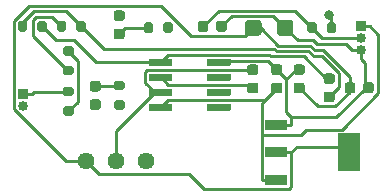
<source format=gbr>
%TF.GenerationSoftware,KiCad,Pcbnew,(5.1.10)-1*%
%TF.CreationDate,2022-02-08T13:03:54-05:00*%
%TF.ProjectId,Strain_Guage_Schematic,53747261-696e-45f4-9775-6167655f5363,rev?*%
%TF.SameCoordinates,Original*%
%TF.FileFunction,Copper,L1,Top*%
%TF.FilePolarity,Positive*%
%FSLAX46Y46*%
G04 Gerber Fmt 4.6, Leading zero omitted, Abs format (unit mm)*
G04 Created by KiCad (PCBNEW (5.1.10)-1) date 2022-02-08 13:03:54*
%MOMM*%
%LPD*%
G01*
G04 APERTURE LIST*
%TA.AperFunction,ComponentPad*%
%ADD10R,0.850000X0.850000*%
%TD*%
%TA.AperFunction,ComponentPad*%
%ADD11O,0.850000X0.850000*%
%TD*%
%TA.AperFunction,ComponentPad*%
%ADD12C,1.440000*%
%TD*%
%TA.AperFunction,SMDPad,CuDef*%
%ADD13R,1.840000X0.930000*%
%TD*%
%TA.AperFunction,SMDPad,CuDef*%
%ADD14R,1.840000X3.190000*%
%TD*%
%TA.AperFunction,ViaPad*%
%ADD15C,0.800000*%
%TD*%
%TA.AperFunction,Conductor*%
%ADD16C,0.250000*%
%TD*%
G04 APERTURE END LIST*
%TO.P,C1,2*%
%TO.N,GND*%
%TA.AperFunction,SMDPad,CuDef*%
G36*
G01*
X91237000Y-46642000D02*
X90737000Y-46642000D01*
G75*
G02*
X90512000Y-46417000I0J225000D01*
G01*
X90512000Y-45967000D01*
G75*
G02*
X90737000Y-45742000I225000J0D01*
G01*
X91237000Y-45742000D01*
G75*
G02*
X91462000Y-45967000I0J-225000D01*
G01*
X91462000Y-46417000D01*
G75*
G02*
X91237000Y-46642000I-225000J0D01*
G01*
G37*
%TD.AperFunction*%
%TO.P,C1,1*%
%TO.N,/Regulator/Vcc*%
%TA.AperFunction,SMDPad,CuDef*%
G36*
G01*
X91237000Y-48192000D02*
X90737000Y-48192000D01*
G75*
G02*
X90512000Y-47967000I0J225000D01*
G01*
X90512000Y-47517000D01*
G75*
G02*
X90737000Y-47292000I225000J0D01*
G01*
X91237000Y-47292000D01*
G75*
G02*
X91462000Y-47517000I0J-225000D01*
G01*
X91462000Y-47967000D01*
G75*
G02*
X91237000Y-48192000I-225000J0D01*
G01*
G37*
%TD.AperFunction*%
%TD*%
%TO.P,C2,1*%
%TO.N,/Regulator/5V*%
%TA.AperFunction,SMDPad,CuDef*%
G36*
G01*
X93142000Y-48192000D02*
X92642000Y-48192000D01*
G75*
G02*
X92417000Y-47967000I0J225000D01*
G01*
X92417000Y-47517000D01*
G75*
G02*
X92642000Y-47292000I225000J0D01*
G01*
X93142000Y-47292000D01*
G75*
G02*
X93367000Y-47517000I0J-225000D01*
G01*
X93367000Y-47967000D01*
G75*
G02*
X93142000Y-48192000I-225000J0D01*
G01*
G37*
%TD.AperFunction*%
%TO.P,C2,2*%
%TO.N,GND*%
%TA.AperFunction,SMDPad,CuDef*%
G36*
G01*
X93142000Y-46642000D02*
X92642000Y-46642000D01*
G75*
G02*
X92417000Y-46417000I0J225000D01*
G01*
X92417000Y-45967000D01*
G75*
G02*
X92642000Y-45742000I225000J0D01*
G01*
X93142000Y-45742000D01*
G75*
G02*
X93367000Y-45967000I0J-225000D01*
G01*
X93367000Y-46417000D01*
G75*
G02*
X93142000Y-46642000I-225000J0D01*
G01*
G37*
%TD.AperFunction*%
%TD*%
%TO.P,C3,2*%
%TO.N,GND*%
%TA.AperFunction,SMDPad,CuDef*%
G36*
G01*
X98297000Y-47979000D02*
X98297000Y-47479000D01*
G75*
G02*
X98522000Y-47254000I225000J0D01*
G01*
X98972000Y-47254000D01*
G75*
G02*
X99197000Y-47479000I0J-225000D01*
G01*
X99197000Y-47979000D01*
G75*
G02*
X98972000Y-48204000I-225000J0D01*
G01*
X98522000Y-48204000D01*
G75*
G02*
X98297000Y-47979000I0J225000D01*
G01*
G37*
%TD.AperFunction*%
%TO.P,C3,1*%
%TO.N,/Regulator/5V*%
%TA.AperFunction,SMDPad,CuDef*%
G36*
G01*
X96747000Y-47979000D02*
X96747000Y-47479000D01*
G75*
G02*
X96972000Y-47254000I225000J0D01*
G01*
X97422000Y-47254000D01*
G75*
G02*
X97647000Y-47479000I0J-225000D01*
G01*
X97647000Y-47979000D01*
G75*
G02*
X97422000Y-48204000I-225000J0D01*
G01*
X96972000Y-48204000D01*
G75*
G02*
X96747000Y-47979000I0J225000D01*
G01*
G37*
%TD.AperFunction*%
%TD*%
%TO.P,C4,1*%
%TO.N,/Regulator/5V*%
%TA.AperFunction,SMDPad,CuDef*%
G36*
G01*
X88302000Y-43074001D02*
X88302000Y-42223999D01*
G75*
G02*
X88551999Y-41974000I249999J0D01*
G01*
X89452001Y-41974000D01*
G75*
G02*
X89702000Y-42223999I0J-249999D01*
G01*
X89702000Y-43074001D01*
G75*
G02*
X89452001Y-43324000I-249999J0D01*
G01*
X88551999Y-43324000D01*
G75*
G02*
X88302000Y-43074001I0J249999D01*
G01*
G37*
%TD.AperFunction*%
%TO.P,C4,2*%
%TO.N,GND*%
%TA.AperFunction,SMDPad,CuDef*%
G36*
G01*
X91002000Y-43074001D02*
X91002000Y-42223999D01*
G75*
G02*
X91251999Y-41974000I249999J0D01*
G01*
X92152001Y-41974000D01*
G75*
G02*
X92402000Y-42223999I0J-249999D01*
G01*
X92402000Y-43074001D01*
G75*
G02*
X92152001Y-43324000I-249999J0D01*
G01*
X91251999Y-43324000D01*
G75*
G02*
X91002000Y-43074001I0J249999D01*
G01*
G37*
%TD.AperFunction*%
%TD*%
%TO.P,C5,1*%
%TO.N,Net-(C5-Pad1)*%
%TA.AperFunction,SMDPad,CuDef*%
G36*
G01*
X89205000Y-48192000D02*
X88705000Y-48192000D01*
G75*
G02*
X88480000Y-47967000I0J225000D01*
G01*
X88480000Y-47517000D01*
G75*
G02*
X88705000Y-47292000I225000J0D01*
G01*
X89205000Y-47292000D01*
G75*
G02*
X89430000Y-47517000I0J-225000D01*
G01*
X89430000Y-47967000D01*
G75*
G02*
X89205000Y-48192000I-225000J0D01*
G01*
G37*
%TD.AperFunction*%
%TO.P,C5,2*%
%TO.N,Net-(C5-Pad2)*%
%TA.AperFunction,SMDPad,CuDef*%
G36*
G01*
X89205000Y-46642000D02*
X88705000Y-46642000D01*
G75*
G02*
X88480000Y-46417000I0J225000D01*
G01*
X88480000Y-45967000D01*
G75*
G02*
X88705000Y-45742000I225000J0D01*
G01*
X89205000Y-45742000D01*
G75*
G02*
X89430000Y-45967000I0J-225000D01*
G01*
X89430000Y-46417000D01*
G75*
G02*
X89205000Y-46642000I-225000J0D01*
G01*
G37*
%TD.AperFunction*%
%TD*%
%TO.P,C6,1*%
%TO.N,Net-(C6-Pad1)*%
%TA.AperFunction,SMDPad,CuDef*%
G36*
G01*
X77902000Y-43620000D02*
X77402000Y-43620000D01*
G75*
G02*
X77177000Y-43395000I0J225000D01*
G01*
X77177000Y-42945000D01*
G75*
G02*
X77402000Y-42720000I225000J0D01*
G01*
X77902000Y-42720000D01*
G75*
G02*
X78127000Y-42945000I0J-225000D01*
G01*
X78127000Y-43395000D01*
G75*
G02*
X77902000Y-43620000I-225000J0D01*
G01*
G37*
%TD.AperFunction*%
%TO.P,C6,2*%
%TO.N,Net-(C6-Pad2)*%
%TA.AperFunction,SMDPad,CuDef*%
G36*
G01*
X77902000Y-42070000D02*
X77402000Y-42070000D01*
G75*
G02*
X77177000Y-41845000I0J225000D01*
G01*
X77177000Y-41395000D01*
G75*
G02*
X77402000Y-41170000I225000J0D01*
G01*
X77902000Y-41170000D01*
G75*
G02*
X78127000Y-41395000I0J-225000D01*
G01*
X78127000Y-41845000D01*
G75*
G02*
X77902000Y-42070000I-225000J0D01*
G01*
G37*
%TD.AperFunction*%
%TD*%
%TO.P,C7,1*%
%TO.N,Net-(C7-Pad1)*%
%TA.AperFunction,SMDPad,CuDef*%
G36*
G01*
X95682000Y-48954000D02*
X95182000Y-48954000D01*
G75*
G02*
X94957000Y-48729000I0J225000D01*
G01*
X94957000Y-48279000D01*
G75*
G02*
X95182000Y-48054000I225000J0D01*
G01*
X95682000Y-48054000D01*
G75*
G02*
X95907000Y-48279000I0J-225000D01*
G01*
X95907000Y-48729000D01*
G75*
G02*
X95682000Y-48954000I-225000J0D01*
G01*
G37*
%TD.AperFunction*%
%TO.P,C7,2*%
%TO.N,Net-(C7-Pad2)*%
%TA.AperFunction,SMDPad,CuDef*%
G36*
G01*
X95682000Y-47404000D02*
X95182000Y-47404000D01*
G75*
G02*
X94957000Y-47179000I0J225000D01*
G01*
X94957000Y-46729000D01*
G75*
G02*
X95182000Y-46504000I225000J0D01*
G01*
X95682000Y-46504000D01*
G75*
G02*
X95907000Y-46729000I0J-225000D01*
G01*
X95907000Y-47179000D01*
G75*
G02*
X95682000Y-47404000I-225000J0D01*
G01*
G37*
%TD.AperFunction*%
%TD*%
%TO.P,C8,2*%
%TO.N,GND*%
%TA.AperFunction,SMDPad,CuDef*%
G36*
G01*
X85851000Y-42772000D02*
X85851000Y-42272000D01*
G75*
G02*
X86076000Y-42047000I225000J0D01*
G01*
X86526000Y-42047000D01*
G75*
G02*
X86751000Y-42272000I0J-225000D01*
G01*
X86751000Y-42772000D01*
G75*
G02*
X86526000Y-42997000I-225000J0D01*
G01*
X86076000Y-42997000D01*
G75*
G02*
X85851000Y-42772000I0J225000D01*
G01*
G37*
%TD.AperFunction*%
%TO.P,C8,1*%
%TO.N,Out*%
%TA.AperFunction,SMDPad,CuDef*%
G36*
G01*
X84301000Y-42772000D02*
X84301000Y-42272000D01*
G75*
G02*
X84526000Y-42047000I225000J0D01*
G01*
X84976000Y-42047000D01*
G75*
G02*
X85201000Y-42272000I0J-225000D01*
G01*
X85201000Y-42772000D01*
G75*
G02*
X84976000Y-42997000I-225000J0D01*
G01*
X84526000Y-42997000D01*
G75*
G02*
X84301000Y-42772000I0J225000D01*
G01*
G37*
%TD.AperFunction*%
%TD*%
%TO.P,C9,2*%
%TO.N,Net-(C9-Pad2)*%
%TA.AperFunction,SMDPad,CuDef*%
G36*
G01*
X75870000Y-48039000D02*
X75370000Y-48039000D01*
G75*
G02*
X75145000Y-47814000I0J225000D01*
G01*
X75145000Y-47364000D01*
G75*
G02*
X75370000Y-47139000I225000J0D01*
G01*
X75870000Y-47139000D01*
G75*
G02*
X76095000Y-47364000I0J-225000D01*
G01*
X76095000Y-47814000D01*
G75*
G02*
X75870000Y-48039000I-225000J0D01*
G01*
G37*
%TD.AperFunction*%
%TO.P,C9,1*%
%TO.N,Net-(C9-Pad1)*%
%TA.AperFunction,SMDPad,CuDef*%
G36*
G01*
X75870000Y-49589000D02*
X75370000Y-49589000D01*
G75*
G02*
X75145000Y-49364000I0J225000D01*
G01*
X75145000Y-48914000D01*
G75*
G02*
X75370000Y-48689000I225000J0D01*
G01*
X75870000Y-48689000D01*
G75*
G02*
X76095000Y-48914000I0J-225000D01*
G01*
X76095000Y-49364000D01*
G75*
G02*
X75870000Y-49589000I-225000J0D01*
G01*
G37*
%TD.AperFunction*%
%TD*%
D10*
%TO.P,J1,1*%
%TO.N,/Regulator/Vcc*%
X98099000Y-42522000D03*
D11*
%TO.P,J1,2*%
%TO.N,Out*%
X98099000Y-43522000D03*
%TO.P,J1,3*%
%TO.N,GND*%
X98099000Y-44522000D03*
%TD*%
D10*
%TO.P,J2,1*%
%TO.N,Net-(J2-Pad1)*%
X69524000Y-48237000D03*
D11*
%TO.P,J2,2*%
%TO.N,Net-(J2-Pad2)*%
X69524000Y-49237000D03*
%TD*%
%TO.P,R2,1*%
%TO.N,Net-(C9-Pad2)*%
%TA.AperFunction,SMDPad,CuDef*%
G36*
G01*
X77377000Y-47139000D02*
X77927000Y-47139000D01*
G75*
G02*
X78127000Y-47339000I0J-200000D01*
G01*
X78127000Y-47739000D01*
G75*
G02*
X77927000Y-47939000I-200000J0D01*
G01*
X77377000Y-47939000D01*
G75*
G02*
X77177000Y-47739000I0J200000D01*
G01*
X77177000Y-47339000D01*
G75*
G02*
X77377000Y-47139000I200000J0D01*
G01*
G37*
%TD.AperFunction*%
%TO.P,R2,2*%
%TO.N,Net-(R2-Pad2)*%
%TA.AperFunction,SMDPad,CuDef*%
G36*
G01*
X77377000Y-48789000D02*
X77927000Y-48789000D01*
G75*
G02*
X78127000Y-48989000I0J-200000D01*
G01*
X78127000Y-49389000D01*
G75*
G02*
X77927000Y-49589000I-200000J0D01*
G01*
X77377000Y-49589000D01*
G75*
G02*
X77177000Y-49389000I0J200000D01*
G01*
X77177000Y-48989000D01*
G75*
G02*
X77377000Y-48789000I200000J0D01*
G01*
G37*
%TD.AperFunction*%
%TD*%
%TO.P,R3,1*%
%TO.N,Net-(C6-Pad1)*%
%TA.AperFunction,SMDPad,CuDef*%
G36*
G01*
X79729000Y-42924000D02*
X79729000Y-42374000D01*
G75*
G02*
X79929000Y-42174000I200000J0D01*
G01*
X80329000Y-42174000D01*
G75*
G02*
X80529000Y-42374000I0J-200000D01*
G01*
X80529000Y-42924000D01*
G75*
G02*
X80329000Y-43124000I-200000J0D01*
G01*
X79929000Y-43124000D01*
G75*
G02*
X79729000Y-42924000I0J200000D01*
G01*
G37*
%TD.AperFunction*%
%TO.P,R3,2*%
%TO.N,Net-(R3-Pad2)*%
%TA.AperFunction,SMDPad,CuDef*%
G36*
G01*
X81379000Y-42924000D02*
X81379000Y-42374000D01*
G75*
G02*
X81579000Y-42174000I200000J0D01*
G01*
X81979000Y-42174000D01*
G75*
G02*
X82179000Y-42374000I0J-200000D01*
G01*
X82179000Y-42924000D01*
G75*
G02*
X81979000Y-43124000I-200000J0D01*
G01*
X81579000Y-43124000D01*
G75*
G02*
X81379000Y-42924000I0J200000D01*
G01*
G37*
%TD.AperFunction*%
%TD*%
%TO.P,R4,2*%
%TO.N,Net-(C5-Pad2)*%
%TA.AperFunction,SMDPad,CuDef*%
G36*
G01*
X95222000Y-42924000D02*
X95222000Y-42374000D01*
G75*
G02*
X95422000Y-42174000I200000J0D01*
G01*
X95822000Y-42174000D01*
G75*
G02*
X96022000Y-42374000I0J-200000D01*
G01*
X96022000Y-42924000D01*
G75*
G02*
X95822000Y-43124000I-200000J0D01*
G01*
X95422000Y-43124000D01*
G75*
G02*
X95222000Y-42924000I0J200000D01*
G01*
G37*
%TD.AperFunction*%
%TO.P,R4,1*%
%TO.N,Out*%
%TA.AperFunction,SMDPad,CuDef*%
G36*
G01*
X93572000Y-42924000D02*
X93572000Y-42374000D01*
G75*
G02*
X93772000Y-42174000I200000J0D01*
G01*
X94172000Y-42174000D01*
G75*
G02*
X94372000Y-42374000I0J-200000D01*
G01*
X94372000Y-42924000D01*
G75*
G02*
X94172000Y-43124000I-200000J0D01*
G01*
X93772000Y-43124000D01*
G75*
G02*
X93572000Y-42924000I0J200000D01*
G01*
G37*
%TD.AperFunction*%
%TD*%
D12*
%TO.P,RP1,1*%
%TO.N,Net-(J2-Pad2)*%
X79938000Y-53952000D03*
%TO.P,RP1,2*%
%TO.N,Net-(C5-Pad2)*%
X77398000Y-53952000D03*
%TO.P,RP1,3*%
%TO.N,/Regulator/5V*%
X74858000Y-53952000D03*
%TD*%
%TO.P,R6,1*%
%TO.N,Net-(R6-Pad1)*%
%TA.AperFunction,SMDPad,CuDef*%
G36*
G01*
X73609000Y-46668000D02*
X73059000Y-46668000D01*
G75*
G02*
X72859000Y-46468000I0J200000D01*
G01*
X72859000Y-46068000D01*
G75*
G02*
X73059000Y-45868000I200000J0D01*
G01*
X73609000Y-45868000D01*
G75*
G02*
X73809000Y-46068000I0J-200000D01*
G01*
X73809000Y-46468000D01*
G75*
G02*
X73609000Y-46668000I-200000J0D01*
G01*
G37*
%TD.AperFunction*%
%TO.P,R6,2*%
%TO.N,Net-(R6-Pad2)*%
%TA.AperFunction,SMDPad,CuDef*%
G36*
G01*
X73609000Y-45018000D02*
X73059000Y-45018000D01*
G75*
G02*
X72859000Y-44818000I0J200000D01*
G01*
X72859000Y-44418000D01*
G75*
G02*
X73059000Y-44218000I200000J0D01*
G01*
X73609000Y-44218000D01*
G75*
G02*
X73809000Y-44418000I0J-200000D01*
G01*
X73809000Y-44818000D01*
G75*
G02*
X73609000Y-45018000I-200000J0D01*
G01*
G37*
%TD.AperFunction*%
%TD*%
%TO.P,R7,2*%
%TO.N,Net-(C7-Pad1)*%
%TA.AperFunction,SMDPad,CuDef*%
G36*
G01*
X74013000Y-42797000D02*
X74013000Y-42247000D01*
G75*
G02*
X74213000Y-42047000I200000J0D01*
G01*
X74613000Y-42047000D01*
G75*
G02*
X74813000Y-42247000I0J-200000D01*
G01*
X74813000Y-42797000D01*
G75*
G02*
X74613000Y-42997000I-200000J0D01*
G01*
X74213000Y-42997000D01*
G75*
G02*
X74013000Y-42797000I0J200000D01*
G01*
G37*
%TD.AperFunction*%
%TO.P,R7,1*%
%TO.N,Net-(R6-Pad1)*%
%TA.AperFunction,SMDPad,CuDef*%
G36*
G01*
X72363000Y-42797000D02*
X72363000Y-42247000D01*
G75*
G02*
X72563000Y-42047000I200000J0D01*
G01*
X72963000Y-42047000D01*
G75*
G02*
X73163000Y-42247000I0J-200000D01*
G01*
X73163000Y-42797000D01*
G75*
G02*
X72963000Y-42997000I-200000J0D01*
G01*
X72563000Y-42997000D01*
G75*
G02*
X72363000Y-42797000I0J200000D01*
G01*
G37*
%TD.AperFunction*%
%TD*%
%TO.P,R8,1*%
%TO.N,Net-(C7-Pad1)*%
%TA.AperFunction,SMDPad,CuDef*%
G36*
G01*
X69061000Y-42797000D02*
X69061000Y-42247000D01*
G75*
G02*
X69261000Y-42047000I200000J0D01*
G01*
X69661000Y-42047000D01*
G75*
G02*
X69861000Y-42247000I0J-200000D01*
G01*
X69861000Y-42797000D01*
G75*
G02*
X69661000Y-42997000I-200000J0D01*
G01*
X69261000Y-42997000D01*
G75*
G02*
X69061000Y-42797000I0J200000D01*
G01*
G37*
%TD.AperFunction*%
%TO.P,R8,2*%
%TO.N,Net-(C7-Pad2)*%
%TA.AperFunction,SMDPad,CuDef*%
G36*
G01*
X70711000Y-42797000D02*
X70711000Y-42247000D01*
G75*
G02*
X70911000Y-42047000I200000J0D01*
G01*
X71311000Y-42047000D01*
G75*
G02*
X71511000Y-42247000I0J-200000D01*
G01*
X71511000Y-42797000D01*
G75*
G02*
X71311000Y-42997000I-200000J0D01*
G01*
X70911000Y-42997000D01*
G75*
G02*
X70711000Y-42797000I0J200000D01*
G01*
G37*
%TD.AperFunction*%
%TD*%
%TO.P,R9,2*%
%TO.N,Net-(J2-Pad1)*%
%TA.AperFunction,SMDPad,CuDef*%
G36*
G01*
X73609000Y-48447000D02*
X73059000Y-48447000D01*
G75*
G02*
X72859000Y-48247000I0J200000D01*
G01*
X72859000Y-47847000D01*
G75*
G02*
X73059000Y-47647000I200000J0D01*
G01*
X73609000Y-47647000D01*
G75*
G02*
X73809000Y-47847000I0J-200000D01*
G01*
X73809000Y-48247000D01*
G75*
G02*
X73609000Y-48447000I-200000J0D01*
G01*
G37*
%TD.AperFunction*%
%TO.P,R9,1*%
%TO.N,Net-(R6-Pad2)*%
%TA.AperFunction,SMDPad,CuDef*%
G36*
G01*
X73609000Y-50097000D02*
X73059000Y-50097000D01*
G75*
G02*
X72859000Y-49897000I0J200000D01*
G01*
X72859000Y-49497000D01*
G75*
G02*
X73059000Y-49297000I200000J0D01*
G01*
X73609000Y-49297000D01*
G75*
G02*
X73809000Y-49497000I0J-200000D01*
G01*
X73809000Y-49897000D01*
G75*
G02*
X73609000Y-50097000I-200000J0D01*
G01*
G37*
%TD.AperFunction*%
%TD*%
%TO.P,U1,1*%
%TO.N,N/C*%
%TA.AperFunction,SMDPad,CuDef*%
G36*
G01*
X87076000Y-49122000D02*
X87076000Y-49638000D01*
G75*
G02*
X87034000Y-49680000I-42000J0D01*
G01*
X85148000Y-49680000D01*
G75*
G02*
X85106000Y-49638000I0J42000D01*
G01*
X85106000Y-49122000D01*
G75*
G02*
X85148000Y-49080000I42000J0D01*
G01*
X87034000Y-49080000D01*
G75*
G02*
X87076000Y-49122000I0J-42000D01*
G01*
G37*
%TD.AperFunction*%
%TO.P,U1,2*%
%TA.AperFunction,SMDPad,CuDef*%
G36*
G01*
X87076000Y-47852000D02*
X87076000Y-48368000D01*
G75*
G02*
X87034000Y-48410000I-42000J0D01*
G01*
X85148000Y-48410000D01*
G75*
G02*
X85106000Y-48368000I0J42000D01*
G01*
X85106000Y-47852000D01*
G75*
G02*
X85148000Y-47810000I42000J0D01*
G01*
X87034000Y-47810000D01*
G75*
G02*
X87076000Y-47852000I0J-42000D01*
G01*
G37*
%TD.AperFunction*%
%TO.P,U1,3*%
%TA.AperFunction,SMDPad,CuDef*%
G36*
G01*
X87076000Y-46582000D02*
X87076000Y-47098000D01*
G75*
G02*
X87034000Y-47140000I-42000J0D01*
G01*
X85148000Y-47140000D01*
G75*
G02*
X85106000Y-47098000I0J42000D01*
G01*
X85106000Y-46582000D01*
G75*
G02*
X85148000Y-46540000I42000J0D01*
G01*
X87034000Y-46540000D01*
G75*
G02*
X87076000Y-46582000I0J-42000D01*
G01*
G37*
%TD.AperFunction*%
%TO.P,U1,4*%
%TO.N,GND*%
%TA.AperFunction,SMDPad,CuDef*%
G36*
G01*
X87076000Y-45312000D02*
X87076000Y-45828000D01*
G75*
G02*
X87034000Y-45870000I-42000J0D01*
G01*
X85148000Y-45870000D01*
G75*
G02*
X85106000Y-45828000I0J42000D01*
G01*
X85106000Y-45312000D01*
G75*
G02*
X85148000Y-45270000I42000J0D01*
G01*
X87034000Y-45270000D01*
G75*
G02*
X87076000Y-45312000I0J-42000D01*
G01*
G37*
%TD.AperFunction*%
%TO.P,U1,5*%
%TO.N,Net-(C7-Pad2)*%
%TA.AperFunction,SMDPad,CuDef*%
G36*
G01*
X82136000Y-45312000D02*
X82136000Y-45828000D01*
G75*
G02*
X82094000Y-45870000I-42000J0D01*
G01*
X80208000Y-45870000D01*
G75*
G02*
X80166000Y-45828000I0J42000D01*
G01*
X80166000Y-45312000D01*
G75*
G02*
X80208000Y-45270000I42000J0D01*
G01*
X82094000Y-45270000D01*
G75*
G02*
X82136000Y-45312000I0J-42000D01*
G01*
G37*
%TD.AperFunction*%
%TO.P,U1,6*%
%TO.N,Net-(C5-Pad1)*%
%TA.AperFunction,SMDPad,CuDef*%
G36*
G01*
X82136000Y-46582000D02*
X82136000Y-47098000D01*
G75*
G02*
X82094000Y-47140000I-42000J0D01*
G01*
X80208000Y-47140000D01*
G75*
G02*
X80166000Y-47098000I0J42000D01*
G01*
X80166000Y-46582000D01*
G75*
G02*
X80208000Y-46540000I42000J0D01*
G01*
X82094000Y-46540000D01*
G75*
G02*
X82136000Y-46582000I0J-42000D01*
G01*
G37*
%TD.AperFunction*%
%TO.P,U1,7*%
%TO.N,Net-(C5-Pad2)*%
%TA.AperFunction,SMDPad,CuDef*%
G36*
G01*
X82136000Y-47852000D02*
X82136000Y-48368000D01*
G75*
G02*
X82094000Y-48410000I-42000J0D01*
G01*
X80208000Y-48410000D01*
G75*
G02*
X80166000Y-48368000I0J42000D01*
G01*
X80166000Y-47852000D01*
G75*
G02*
X80208000Y-47810000I42000J0D01*
G01*
X82094000Y-47810000D01*
G75*
G02*
X82136000Y-47852000I0J-42000D01*
G01*
G37*
%TD.AperFunction*%
%TO.P,U1,8*%
%TO.N,/Regulator/Vcc*%
%TA.AperFunction,SMDPad,CuDef*%
G36*
G01*
X82136000Y-49122000D02*
X82136000Y-49638000D01*
G75*
G02*
X82094000Y-49680000I-42000J0D01*
G01*
X80208000Y-49680000D01*
G75*
G02*
X80166000Y-49638000I0J42000D01*
G01*
X80166000Y-49122000D01*
G75*
G02*
X80208000Y-49080000I42000J0D01*
G01*
X82094000Y-49080000D01*
G75*
G02*
X82136000Y-49122000I0J-42000D01*
G01*
G37*
%TD.AperFunction*%
%TD*%
D13*
%TO.P,VR1,1*%
%TO.N,GND*%
X90950000Y-50890000D03*
%TO.P,VR1,2*%
%TO.N,/Regulator/5V*%
X90950000Y-53190000D03*
%TO.P,VR1,3*%
%TO.N,/Regulator/Vcc*%
X90950000Y-55490000D03*
D14*
%TO.P,VR1,4*%
%TO.N,/Regulator/5V*%
X97120000Y-53190000D03*
%TD*%
D15*
%TO.N,Net-(C5-Pad2)*%
X95372800Y-41548700D03*
%TD*%
D16*
%TO.N,Net-(C6-Pad1)*%
X80129000Y-42649000D02*
X78173000Y-42649000D01*
X78173000Y-42649000D02*
X77652000Y-43170000D01*
%TO.N,Out*%
X93972000Y-42649000D02*
X92512500Y-41189500D01*
X92512500Y-41189500D02*
X86083500Y-41189500D01*
X86083500Y-41189500D02*
X84751000Y-42522000D01*
X98099000Y-43522000D02*
X94845000Y-43522000D01*
X94845000Y-43522000D02*
X93972000Y-42649000D01*
%TO.N,Net-(C7-Pad1)*%
X74413000Y-42522000D02*
X73135300Y-41244300D01*
X73135300Y-41244300D02*
X70471900Y-41244300D01*
X70471900Y-41244300D02*
X69461000Y-42255200D01*
X69461000Y-42255200D02*
X69461000Y-42522000D01*
X95432000Y-48504000D02*
X96284700Y-47651300D01*
X96284700Y-47651300D02*
X96284700Y-46496300D01*
X96284700Y-46496300D02*
X94833100Y-45044700D01*
X94833100Y-45044700D02*
X94105100Y-45044700D01*
X94105100Y-45044700D02*
X93654800Y-44594400D01*
X93654800Y-44594400D02*
X90947400Y-44594400D01*
X90947400Y-44594400D02*
X90815100Y-44462100D01*
X90815100Y-44462100D02*
X76353100Y-44462100D01*
X76353100Y-44462100D02*
X74413000Y-42522000D01*
%TO.N,Net-(R6-Pad2)*%
X73334000Y-44618000D02*
X74142300Y-45426300D01*
X74142300Y-45426300D02*
X74142300Y-48888700D01*
X74142300Y-48888700D02*
X73334000Y-49697000D01*
%TO.N,GND*%
X98427100Y-47729000D02*
X98747000Y-47729000D01*
X92195300Y-50213500D02*
X96022600Y-50213500D01*
X96022600Y-50213500D02*
X98427100Y-47809000D01*
X98427100Y-47809000D02*
X98427100Y-47729000D01*
X98099000Y-44522000D02*
X97348700Y-44522000D01*
X97348700Y-44522000D02*
X96877300Y-44050600D01*
X96877300Y-44050600D02*
X94384800Y-44050600D01*
X94384800Y-44050600D02*
X94028000Y-43693800D01*
X94028000Y-43693800D02*
X92746800Y-43693800D01*
X92746800Y-43693800D02*
X91702000Y-42649000D01*
X91702000Y-42649000D02*
X90696700Y-41643700D01*
X90696700Y-41643700D02*
X87179300Y-41643700D01*
X87179300Y-41643700D02*
X86301000Y-42522000D01*
X90950000Y-50890000D02*
X92195300Y-50890000D01*
X92195300Y-50890000D02*
X92195300Y-50213500D01*
X92892000Y-46192000D02*
X92605400Y-46192000D01*
X92605400Y-46192000D02*
X91796200Y-47001200D01*
X92195300Y-50213500D02*
X91796200Y-49814400D01*
X91796200Y-49814400D02*
X91796200Y-47001200D01*
X91796200Y-47001200D02*
X90987000Y-46192000D01*
X98427100Y-47729000D02*
X98427100Y-45600400D01*
X98427100Y-45600400D02*
X98099000Y-45272300D01*
X98099000Y-45272300D02*
X98099000Y-44522000D01*
X86091000Y-45570000D02*
X86245300Y-45415700D01*
X86245300Y-45415700D02*
X90210700Y-45415700D01*
X90210700Y-45415700D02*
X90987000Y-46192000D01*
%TO.N,/Regulator/Vcc*%
X89984000Y-48745000D02*
X81786000Y-48745000D01*
X81786000Y-48745000D02*
X81151000Y-49380000D01*
X89984000Y-48745000D02*
X90987000Y-47742000D01*
X89704700Y-51680400D02*
X89704700Y-49024300D01*
X89704700Y-49024300D02*
X89984000Y-48745000D01*
X90950000Y-55490000D02*
X89704700Y-55490000D01*
X89704700Y-55490000D02*
X89704700Y-51680400D01*
X98099000Y-42522000D02*
X98849300Y-42522000D01*
X98849300Y-42522000D02*
X99538900Y-43211600D01*
X99538900Y-43211600D02*
X99538900Y-48202100D01*
X99538900Y-48202100D02*
X96483500Y-51257500D01*
X96483500Y-51257500D02*
X93490900Y-51257500D01*
X93490900Y-51257500D02*
X93068000Y-51680400D01*
X93068000Y-51680400D02*
X89704700Y-51680400D01*
%TO.N,/Regulator/5V*%
X89856000Y-56280400D02*
X84826200Y-56280400D01*
X84826200Y-56280400D02*
X83576100Y-55030300D01*
X92195300Y-53190000D02*
X92195300Y-56089800D01*
X92195300Y-56089800D02*
X92004700Y-56280400D01*
X92004700Y-56280400D02*
X89856000Y-56280400D01*
X97120000Y-53190000D02*
X97120000Y-52709900D01*
X97120000Y-52709900D02*
X92675400Y-52709900D01*
X92675400Y-52709900D02*
X92195300Y-53190000D01*
X90950000Y-53190000D02*
X92195300Y-53190000D01*
X97197000Y-47729000D02*
X97197000Y-48038300D01*
X97197000Y-48038300D02*
X95931500Y-49303800D01*
X95931500Y-49303800D02*
X94453800Y-49303800D01*
X94453800Y-49303800D02*
X92892000Y-47742000D01*
X83576100Y-55030300D02*
X75936300Y-55030300D01*
X75936300Y-55030300D02*
X74858000Y-53952000D01*
X74858000Y-53952000D02*
X73155400Y-53952000D01*
X73155400Y-53952000D02*
X68718200Y-49514800D01*
X68718200Y-49514800D02*
X68718200Y-42042000D01*
X68718200Y-42042000D02*
X69971700Y-40788500D01*
X69971700Y-40788500D02*
X81191900Y-40788500D01*
X81191900Y-40788500D02*
X83770600Y-43367200D01*
X83770600Y-43367200D02*
X88283800Y-43367200D01*
X88283800Y-43367200D02*
X89002000Y-42649000D01*
X97197000Y-47729000D02*
X97197000Y-46771700D01*
X97197000Y-46771700D02*
X94926300Y-44501000D01*
X94926300Y-44501000D02*
X94198300Y-44501000D01*
X94198300Y-44501000D02*
X93841400Y-44144100D01*
X93841400Y-44144100D02*
X91134000Y-44144100D01*
X91134000Y-44144100D02*
X89638900Y-42649000D01*
X89638900Y-42649000D02*
X89002000Y-42649000D01*
%TO.N,Net-(C5-Pad1)*%
X81151000Y-46840000D02*
X81786000Y-47475000D01*
X81786000Y-47475000D02*
X88688000Y-47475000D01*
X88688000Y-47475000D02*
X88955000Y-47742000D01*
%TO.N,Net-(C5-Pad2)*%
X95372800Y-41548700D02*
X95622000Y-41797900D01*
X95622000Y-41797900D02*
X95622000Y-42649000D01*
X77398000Y-53952000D02*
X77398000Y-51356200D01*
X77398000Y-51356200D02*
X80644200Y-48110000D01*
X81151000Y-48110000D02*
X80644200Y-48110000D01*
X80644200Y-48110000D02*
X79840500Y-47306300D01*
X79840500Y-47306300D02*
X79840500Y-46390600D01*
X79840500Y-46390600D02*
X80026100Y-46205000D01*
X80026100Y-46205000D02*
X88942000Y-46205000D01*
X88942000Y-46205000D02*
X88955000Y-46192000D01*
%TO.N,Net-(C7-Pad2)*%
X71111000Y-42522000D02*
X72285200Y-43696200D01*
X72285200Y-43696200D02*
X73783800Y-43696200D01*
X73783800Y-43696200D02*
X75657600Y-45570000D01*
X75657600Y-45570000D02*
X81151000Y-45570000D01*
X81151000Y-45570000D02*
X81781900Y-44939100D01*
X81781900Y-44939100D02*
X90371000Y-44939100D01*
X90371000Y-44939100D02*
X90502800Y-45070900D01*
X90502800Y-45070900D02*
X93269100Y-45070900D01*
X93269100Y-45070900D02*
X95152200Y-46954000D01*
X95152200Y-46954000D02*
X95432000Y-46954000D01*
%TO.N,Net-(C9-Pad2)*%
X77652000Y-47539000D02*
X75670000Y-47539000D01*
X75670000Y-47539000D02*
X75620000Y-47589000D01*
%TO.N,Net-(J2-Pad1)*%
X73334000Y-48047000D02*
X70464300Y-48047000D01*
X70464300Y-48047000D02*
X70274300Y-48237000D01*
X70274300Y-48237000D02*
X69524000Y-48237000D01*
%TO.N,Net-(R6-Pad1)*%
X72763000Y-42522000D02*
X71948700Y-41707700D01*
X71948700Y-41707700D02*
X70645400Y-41707700D01*
X70645400Y-41707700D02*
X70375800Y-41977300D01*
X70375800Y-41977300D02*
X70375800Y-43309800D01*
X70375800Y-43309800D02*
X73334000Y-46268000D01*
%TD*%
M02*

</source>
